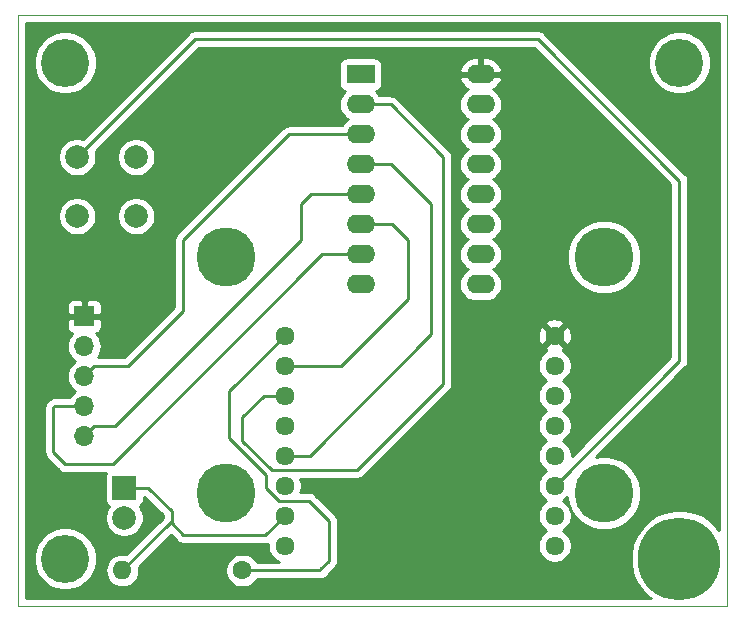
<source format=gbr>
G04 #@! TF.GenerationSoftware,KiCad,Pcbnew,(5.1.2-1)-1*
G04 #@! TF.CreationDate,2019-05-09T16:52:54-07:00*
G04 #@! TF.ProjectId,OfficeClock,4f666669-6365-4436-9c6f-636b2e6b6963,rev?*
G04 #@! TF.SameCoordinates,Original*
G04 #@! TF.FileFunction,Copper,L1,Top*
G04 #@! TF.FilePolarity,Positive*
%FSLAX46Y46*%
G04 Gerber Fmt 4.6, Leading zero omitted, Abs format (unit mm)*
G04 Created by KiCad (PCBNEW (5.1.2-1)-1) date 2019-05-09 16:52:54*
%MOMM*%
%LPD*%
G04 APERTURE LIST*
%ADD10C,0.050000*%
%ADD11C,5.000000*%
%ADD12R,1.700000X1.700000*%
%ADD13O,1.700000X1.700000*%
%ADD14R,2.400000X1.600000*%
%ADD15O,2.400000X1.600000*%
%ADD16C,4.064000*%
%ADD17C,7.000000*%
%ADD18C,2.000000*%
%ADD19R,2.000000X2.000000*%
%ADD20C,1.610000*%
%ADD21C,1.600000*%
%ADD22O,1.600000X1.600000*%
%ADD23C,0.250000*%
%ADD24C,0.254000*%
G04 APERTURE END LIST*
D10*
X97100000Y-115220000D02*
X97100000Y-65220000D01*
X157100000Y-115220000D02*
X97100000Y-115220000D01*
X157100000Y-65220000D02*
X157100000Y-115220000D01*
X97100000Y-65220000D02*
X157100000Y-65220000D01*
D11*
X146716000Y-105677000D03*
X146716000Y-85677000D03*
X114716000Y-85677000D03*
X114716000Y-105677000D03*
D12*
X102701000Y-90692000D03*
D13*
X102701000Y-93232000D03*
X102701000Y-95772000D03*
X102701000Y-98312000D03*
X102701000Y-100852000D03*
D14*
X126100000Y-70220000D03*
D15*
X136260000Y-88000000D03*
X126100000Y-72760000D03*
X136260000Y-85460000D03*
X126100000Y-75300000D03*
X136260000Y-82920000D03*
X126100000Y-77840000D03*
X136260000Y-80380000D03*
X126100000Y-80380000D03*
X136260000Y-77840000D03*
X126100000Y-82920000D03*
X136260000Y-75300000D03*
X126100000Y-85460000D03*
X136260000Y-72760000D03*
X126100000Y-88000000D03*
X136260000Y-70220000D03*
D16*
X153100000Y-69220000D03*
D17*
X153100000Y-111220000D03*
D16*
X101100000Y-111220000D03*
X101100000Y-69220000D03*
D18*
X106100000Y-107760000D03*
D19*
X106100000Y-105220000D03*
D20*
X142530000Y-110110000D03*
X142530000Y-107570000D03*
X142530000Y-105030000D03*
X142530000Y-102490000D03*
X142530000Y-99950000D03*
X142530000Y-97410000D03*
X142530000Y-94870000D03*
X142530000Y-92330000D03*
X119670000Y-92330000D03*
X119670000Y-94870000D03*
X119670000Y-97410000D03*
X119670000Y-99950000D03*
X119670000Y-102490000D03*
X119670000Y-105030000D03*
X119670000Y-107570000D03*
X119670000Y-110110000D03*
D18*
X102100000Y-77220000D03*
X107100000Y-77220000D03*
X107100000Y-82220000D03*
X102100000Y-82220000D03*
D21*
X116100000Y-112220000D03*
D22*
X105940000Y-112220000D03*
D23*
X106100000Y-105220000D02*
X108100000Y-105220000D01*
X108100000Y-105220000D02*
X110100000Y-107220000D01*
X110100000Y-108060000D02*
X105940000Y-112220000D01*
X110100000Y-107220000D02*
X110100000Y-108060000D01*
X110100000Y-108060000D02*
X110100000Y-108220000D01*
X110100000Y-108220000D02*
X111100000Y-109220000D01*
X118020000Y-109220000D02*
X119670000Y-107570000D01*
X111100000Y-109220000D02*
X118020000Y-109220000D01*
X115000000Y-97000000D02*
X119670000Y-92330000D01*
X115000000Y-101020000D02*
X115000000Y-97000000D01*
X118100000Y-104120000D02*
X115000000Y-101020000D01*
X118100000Y-105220000D02*
X118100000Y-104120000D01*
X119200000Y-106320000D02*
X118100000Y-105220000D01*
X121700000Y-106320000D02*
X119200000Y-106320000D01*
X123400000Y-111420000D02*
X123400000Y-108020000D01*
X123400000Y-108020000D02*
X121700000Y-106320000D01*
X122700000Y-112120000D02*
X123400000Y-111420000D01*
X122700000Y-112220000D02*
X122700000Y-112120000D01*
X116100000Y-112220000D02*
X122700000Y-112220000D01*
X153100000Y-94460000D02*
X142530000Y-105030000D01*
X153100000Y-79220000D02*
X153100000Y-94460000D01*
X141100000Y-67220000D02*
X153100000Y-79220000D01*
X112100000Y-67220000D02*
X141100000Y-67220000D01*
X102100000Y-77220000D02*
X112100000Y-67220000D01*
X126100000Y-82920000D02*
X128800000Y-82920000D01*
X128800000Y-82920000D02*
X130100000Y-84220000D01*
X130100000Y-84220000D02*
X130100000Y-89220000D01*
X124450000Y-94870000D02*
X121450000Y-94870000D01*
X130100000Y-89220000D02*
X124450000Y-94870000D01*
X121450000Y-94870000D02*
X119670000Y-94870000D01*
X128640000Y-72760000D02*
X126100000Y-72760000D01*
X133100000Y-77220000D02*
X128640000Y-72760000D01*
X133100000Y-96420000D02*
X133100000Y-77220000D01*
X125800000Y-103720000D02*
X133100000Y-96420000D01*
X118600000Y-103720000D02*
X125800000Y-103720000D01*
X116100000Y-101220000D02*
X118600000Y-103720000D01*
X119670000Y-97410000D02*
X117910000Y-97410000D01*
X116100000Y-99220000D02*
X116100000Y-101220000D01*
X117910000Y-97410000D02*
X116100000Y-99220000D01*
X121830000Y-102490000D02*
X119670000Y-102490000D01*
X132100000Y-92220000D02*
X121830000Y-102490000D01*
X132100000Y-81220000D02*
X132100000Y-92220000D01*
X128720000Y-77840000D02*
X132100000Y-81220000D01*
X126100000Y-77840000D02*
X128720000Y-77840000D01*
X120020000Y-75300000D02*
X126100000Y-75300000D01*
X111100000Y-84220000D02*
X120020000Y-75300000D01*
X106397999Y-94922001D02*
X111100000Y-90220000D01*
X103550999Y-94922001D02*
X106397999Y-94922001D01*
X111100000Y-90220000D02*
X111100000Y-84220000D01*
X102701000Y-95772000D02*
X103550999Y-94922001D01*
X121940000Y-80380000D02*
X126100000Y-80380000D01*
X102701000Y-100852000D02*
X103550999Y-100002001D01*
X121100000Y-81220000D02*
X121940000Y-80380000D01*
X121100000Y-84220000D02*
X121100000Y-81220000D01*
X105317999Y-100002001D02*
X121100000Y-84220000D01*
X103550999Y-100002001D02*
X105317999Y-100002001D01*
X122860000Y-85460000D02*
X126100000Y-85460000D01*
X105100000Y-103220000D02*
X122860000Y-85460000D01*
X101100000Y-103220000D02*
X105100000Y-103220000D01*
X100192000Y-98312000D02*
X100100000Y-98404000D01*
X100100000Y-102220000D02*
X101100000Y-103220000D01*
X100100000Y-98404000D02*
X100100000Y-102220000D01*
X102701000Y-98312000D02*
X100192000Y-98312000D01*
D24*
G36*
X156440001Y-108775862D02*
G01*
X156311864Y-108584091D01*
X155735909Y-108008136D01*
X155058657Y-107555611D01*
X154306135Y-107243906D01*
X153507262Y-107085000D01*
X152692738Y-107085000D01*
X151893865Y-107243906D01*
X151141343Y-107555611D01*
X150464091Y-108008136D01*
X149888136Y-108584091D01*
X149435611Y-109261343D01*
X149123906Y-110013865D01*
X148965000Y-110812738D01*
X148965000Y-111627262D01*
X149123906Y-112426135D01*
X149435611Y-113178657D01*
X149888136Y-113855909D01*
X150464091Y-114431864D01*
X150655860Y-114560000D01*
X97760000Y-114560000D01*
X97760000Y-110957323D01*
X98433000Y-110957323D01*
X98433000Y-111482677D01*
X98535492Y-111997935D01*
X98736536Y-112483298D01*
X99028406Y-112920113D01*
X99399887Y-113291594D01*
X99836702Y-113583464D01*
X100322065Y-113784508D01*
X100837323Y-113887000D01*
X101362677Y-113887000D01*
X101877935Y-113784508D01*
X102363298Y-113583464D01*
X102800113Y-113291594D01*
X103171594Y-112920113D01*
X103463464Y-112483298D01*
X103664508Y-111997935D01*
X103767000Y-111482677D01*
X103767000Y-110957323D01*
X103664508Y-110442065D01*
X103463464Y-109956702D01*
X103171594Y-109519887D01*
X102800113Y-109148406D01*
X102363298Y-108856536D01*
X101877935Y-108655492D01*
X101362677Y-108553000D01*
X100837323Y-108553000D01*
X100322065Y-108655492D01*
X99836702Y-108856536D01*
X99399887Y-109148406D01*
X99028406Y-109519887D01*
X98736536Y-109956702D01*
X98535492Y-110442065D01*
X98433000Y-110957323D01*
X97760000Y-110957323D01*
X97760000Y-98404000D01*
X99336324Y-98404000D01*
X99340000Y-98441323D01*
X99340001Y-102182668D01*
X99336324Y-102220000D01*
X99350998Y-102368985D01*
X99394454Y-102512246D01*
X99465026Y-102644276D01*
X99518142Y-102708997D01*
X99560000Y-102760001D01*
X99588998Y-102783799D01*
X100536201Y-103731003D01*
X100559999Y-103760001D01*
X100588997Y-103783799D01*
X100675724Y-103854974D01*
X100807753Y-103925546D01*
X100951014Y-103969003D01*
X101100000Y-103983677D01*
X101137333Y-103980000D01*
X104509230Y-103980000D01*
X104474188Y-104095518D01*
X104461928Y-104220000D01*
X104461928Y-106220000D01*
X104474188Y-106344482D01*
X104510498Y-106464180D01*
X104569463Y-106574494D01*
X104648815Y-106671185D01*
X104745506Y-106750537D01*
X104791630Y-106775191D01*
X104651082Y-106985537D01*
X104527832Y-107283088D01*
X104465000Y-107598967D01*
X104465000Y-107921033D01*
X104527832Y-108236912D01*
X104651082Y-108534463D01*
X104830013Y-108802252D01*
X105057748Y-109029987D01*
X105325537Y-109208918D01*
X105623088Y-109332168D01*
X105938967Y-109395000D01*
X106261033Y-109395000D01*
X106576912Y-109332168D01*
X106874463Y-109208918D01*
X107142252Y-109029987D01*
X107369987Y-108802252D01*
X107548918Y-108534463D01*
X107672168Y-108236912D01*
X107735000Y-107921033D01*
X107735000Y-107598967D01*
X107672168Y-107283088D01*
X107548918Y-106985537D01*
X107408370Y-106775191D01*
X107454494Y-106750537D01*
X107551185Y-106671185D01*
X107630537Y-106574494D01*
X107689502Y-106464180D01*
X107725812Y-106344482D01*
X107738072Y-106220000D01*
X107738072Y-105980000D01*
X107785199Y-105980000D01*
X109340000Y-107534802D01*
X109340000Y-107745197D01*
X106265906Y-110819292D01*
X106221309Y-110805764D01*
X106010492Y-110785000D01*
X105869508Y-110785000D01*
X105658691Y-110805764D01*
X105388192Y-110887818D01*
X105138899Y-111021068D01*
X104920392Y-111200392D01*
X104741068Y-111418899D01*
X104607818Y-111668192D01*
X104525764Y-111938691D01*
X104498057Y-112220000D01*
X104525764Y-112501309D01*
X104607818Y-112771808D01*
X104741068Y-113021101D01*
X104920392Y-113239608D01*
X105138899Y-113418932D01*
X105388192Y-113552182D01*
X105658691Y-113634236D01*
X105869508Y-113655000D01*
X106010492Y-113655000D01*
X106221309Y-113634236D01*
X106491808Y-113552182D01*
X106741101Y-113418932D01*
X106959608Y-113239608D01*
X107138932Y-113021101D01*
X107272182Y-112771808D01*
X107354236Y-112501309D01*
X107381943Y-112220000D01*
X107354236Y-111938691D01*
X107340708Y-111894094D01*
X110020001Y-109214802D01*
X110536201Y-109731003D01*
X110559999Y-109760001D01*
X110588997Y-109783799D01*
X110675724Y-109854974D01*
X110807753Y-109925546D01*
X110951014Y-109969003D01*
X111100000Y-109983677D01*
X111137333Y-109980000D01*
X117982678Y-109980000D01*
X118020000Y-109983676D01*
X118057322Y-109980000D01*
X118057333Y-109980000D01*
X118168986Y-109969003D01*
X118233742Y-109949360D01*
X118230000Y-109968172D01*
X118230000Y-110251828D01*
X118285338Y-110530033D01*
X118393888Y-110792096D01*
X118551479Y-111027947D01*
X118752053Y-111228521D01*
X118987904Y-111386112D01*
X119166285Y-111460000D01*
X117318043Y-111460000D01*
X117214637Y-111305241D01*
X117014759Y-111105363D01*
X116779727Y-110948320D01*
X116518574Y-110840147D01*
X116241335Y-110785000D01*
X115958665Y-110785000D01*
X115681426Y-110840147D01*
X115420273Y-110948320D01*
X115185241Y-111105363D01*
X114985363Y-111305241D01*
X114828320Y-111540273D01*
X114720147Y-111801426D01*
X114665000Y-112078665D01*
X114665000Y-112361335D01*
X114720147Y-112638574D01*
X114828320Y-112899727D01*
X114985363Y-113134759D01*
X115185241Y-113334637D01*
X115420273Y-113491680D01*
X115681426Y-113599853D01*
X115958665Y-113655000D01*
X116241335Y-113655000D01*
X116518574Y-113599853D01*
X116779727Y-113491680D01*
X117014759Y-113334637D01*
X117214637Y-113134759D01*
X117318043Y-112980000D01*
X122662667Y-112980000D01*
X122700000Y-112983677D01*
X122737333Y-112980000D01*
X122848986Y-112969003D01*
X122992247Y-112925546D01*
X123124276Y-112854974D01*
X123240001Y-112760001D01*
X123334974Y-112644276D01*
X123405546Y-112512247D01*
X123415557Y-112479245D01*
X123911009Y-111983794D01*
X123940001Y-111960001D01*
X123963795Y-111931008D01*
X123963799Y-111931004D01*
X124034973Y-111844277D01*
X124034974Y-111844276D01*
X124105546Y-111712247D01*
X124149003Y-111568986D01*
X124160000Y-111457333D01*
X124160000Y-111457324D01*
X124163676Y-111420001D01*
X124160000Y-111382678D01*
X124160000Y-108057322D01*
X124163676Y-108019999D01*
X124160000Y-107982676D01*
X124160000Y-107982667D01*
X124149003Y-107871014D01*
X124105546Y-107727753D01*
X124060926Y-107644276D01*
X124034974Y-107595723D01*
X123963799Y-107508997D01*
X123940001Y-107479999D01*
X123911003Y-107456201D01*
X122263804Y-105809003D01*
X122240001Y-105779999D01*
X122124276Y-105685026D01*
X121992247Y-105614454D01*
X121848986Y-105570997D01*
X121737333Y-105560000D01*
X121737322Y-105560000D01*
X121700000Y-105556324D01*
X121662678Y-105560000D01*
X121009112Y-105560000D01*
X121054662Y-105450033D01*
X121110000Y-105171828D01*
X121110000Y-104888172D01*
X121054662Y-104609967D01*
X121000828Y-104480000D01*
X125762678Y-104480000D01*
X125800000Y-104483676D01*
X125837322Y-104480000D01*
X125837333Y-104480000D01*
X125948986Y-104469003D01*
X126092247Y-104425546D01*
X126224276Y-104354974D01*
X126340001Y-104260001D01*
X126363804Y-104230997D01*
X133611004Y-96983798D01*
X133640001Y-96960001D01*
X133713864Y-96869999D01*
X133734974Y-96844277D01*
X133805546Y-96712247D01*
X133825543Y-96646323D01*
X133849003Y-96568986D01*
X133860000Y-96457333D01*
X133860000Y-96457323D01*
X133863676Y-96420001D01*
X133860000Y-96382678D01*
X133860000Y-92400313D01*
X141084742Y-92400313D01*
X141126230Y-92680918D01*
X141221664Y-92948037D01*
X141289247Y-93074479D01*
X141533727Y-93146668D01*
X142350395Y-92330000D01*
X142709605Y-92330000D01*
X143526273Y-93146668D01*
X143770753Y-93074479D01*
X143892153Y-92818115D01*
X143961205Y-92542993D01*
X143975258Y-92259687D01*
X143933770Y-91979082D01*
X143838336Y-91711963D01*
X143770753Y-91585521D01*
X143526273Y-91513332D01*
X142709605Y-92330000D01*
X142350395Y-92330000D01*
X141533727Y-91513332D01*
X141289247Y-91585521D01*
X141167847Y-91841885D01*
X141098795Y-92117007D01*
X141084742Y-92400313D01*
X133860000Y-92400313D01*
X133860000Y-91333727D01*
X141713332Y-91333727D01*
X142530000Y-92150395D01*
X143346668Y-91333727D01*
X143274479Y-91089247D01*
X143018115Y-90967847D01*
X142742993Y-90898795D01*
X142459687Y-90884742D01*
X142179082Y-90926230D01*
X141911963Y-91021664D01*
X141785521Y-91089247D01*
X141713332Y-91333727D01*
X133860000Y-91333727D01*
X133860000Y-77257322D01*
X133863676Y-77219999D01*
X133860000Y-77182676D01*
X133860000Y-77182667D01*
X133849003Y-77071014D01*
X133805546Y-76927753D01*
X133734974Y-76795724D01*
X133691777Y-76743088D01*
X133663799Y-76708996D01*
X133663795Y-76708992D01*
X133640001Y-76679999D01*
X133611008Y-76656205D01*
X129714802Y-72760000D01*
X134418057Y-72760000D01*
X134445764Y-73041309D01*
X134527818Y-73311808D01*
X134661068Y-73561101D01*
X134840392Y-73779608D01*
X135058899Y-73958932D01*
X135191858Y-74030000D01*
X135058899Y-74101068D01*
X134840392Y-74280392D01*
X134661068Y-74498899D01*
X134527818Y-74748192D01*
X134445764Y-75018691D01*
X134418057Y-75300000D01*
X134445764Y-75581309D01*
X134527818Y-75851808D01*
X134661068Y-76101101D01*
X134840392Y-76319608D01*
X135058899Y-76498932D01*
X135191858Y-76570000D01*
X135058899Y-76641068D01*
X134840392Y-76820392D01*
X134661068Y-77038899D01*
X134527818Y-77288192D01*
X134445764Y-77558691D01*
X134418057Y-77840000D01*
X134445764Y-78121309D01*
X134527818Y-78391808D01*
X134661068Y-78641101D01*
X134840392Y-78859608D01*
X135058899Y-79038932D01*
X135191858Y-79110000D01*
X135058899Y-79181068D01*
X134840392Y-79360392D01*
X134661068Y-79578899D01*
X134527818Y-79828192D01*
X134445764Y-80098691D01*
X134418057Y-80380000D01*
X134445764Y-80661309D01*
X134527818Y-80931808D01*
X134661068Y-81181101D01*
X134840392Y-81399608D01*
X135058899Y-81578932D01*
X135191858Y-81650000D01*
X135058899Y-81721068D01*
X134840392Y-81900392D01*
X134661068Y-82118899D01*
X134527818Y-82368192D01*
X134445764Y-82638691D01*
X134418057Y-82920000D01*
X134445764Y-83201309D01*
X134527818Y-83471808D01*
X134661068Y-83721101D01*
X134840392Y-83939608D01*
X135058899Y-84118932D01*
X135191858Y-84190000D01*
X135058899Y-84261068D01*
X134840392Y-84440392D01*
X134661068Y-84658899D01*
X134527818Y-84908192D01*
X134445764Y-85178691D01*
X134418057Y-85460000D01*
X134445764Y-85741309D01*
X134527818Y-86011808D01*
X134661068Y-86261101D01*
X134840392Y-86479608D01*
X135058899Y-86658932D01*
X135191858Y-86730000D01*
X135058899Y-86801068D01*
X134840392Y-86980392D01*
X134661068Y-87198899D01*
X134527818Y-87448192D01*
X134445764Y-87718691D01*
X134418057Y-88000000D01*
X134445764Y-88281309D01*
X134527818Y-88551808D01*
X134661068Y-88801101D01*
X134840392Y-89019608D01*
X135058899Y-89198932D01*
X135308192Y-89332182D01*
X135578691Y-89414236D01*
X135789508Y-89435000D01*
X136730492Y-89435000D01*
X136941309Y-89414236D01*
X137211808Y-89332182D01*
X137461101Y-89198932D01*
X137679608Y-89019608D01*
X137858932Y-88801101D01*
X137992182Y-88551808D01*
X138074236Y-88281309D01*
X138101943Y-88000000D01*
X138074236Y-87718691D01*
X137992182Y-87448192D01*
X137858932Y-87198899D01*
X137679608Y-86980392D01*
X137461101Y-86801068D01*
X137328142Y-86730000D01*
X137461101Y-86658932D01*
X137679608Y-86479608D01*
X137858932Y-86261101D01*
X137992182Y-86011808D01*
X138074236Y-85741309D01*
X138101943Y-85460000D01*
X138092905Y-85368229D01*
X143581000Y-85368229D01*
X143581000Y-85985771D01*
X143701476Y-86591446D01*
X143937799Y-87161979D01*
X144280886Y-87675446D01*
X144717554Y-88112114D01*
X145231021Y-88455201D01*
X145801554Y-88691524D01*
X146407229Y-88812000D01*
X147024771Y-88812000D01*
X147630446Y-88691524D01*
X148200979Y-88455201D01*
X148714446Y-88112114D01*
X149151114Y-87675446D01*
X149494201Y-87161979D01*
X149730524Y-86591446D01*
X149851000Y-85985771D01*
X149851000Y-85368229D01*
X149730524Y-84762554D01*
X149494201Y-84192021D01*
X149151114Y-83678554D01*
X148714446Y-83241886D01*
X148200979Y-82898799D01*
X147630446Y-82662476D01*
X147024771Y-82542000D01*
X146407229Y-82542000D01*
X145801554Y-82662476D01*
X145231021Y-82898799D01*
X144717554Y-83241886D01*
X144280886Y-83678554D01*
X143937799Y-84192021D01*
X143701476Y-84762554D01*
X143581000Y-85368229D01*
X138092905Y-85368229D01*
X138074236Y-85178691D01*
X137992182Y-84908192D01*
X137858932Y-84658899D01*
X137679608Y-84440392D01*
X137461101Y-84261068D01*
X137328142Y-84190000D01*
X137461101Y-84118932D01*
X137679608Y-83939608D01*
X137858932Y-83721101D01*
X137992182Y-83471808D01*
X138074236Y-83201309D01*
X138101943Y-82920000D01*
X138074236Y-82638691D01*
X137992182Y-82368192D01*
X137858932Y-82118899D01*
X137679608Y-81900392D01*
X137461101Y-81721068D01*
X137328142Y-81650000D01*
X137461101Y-81578932D01*
X137679608Y-81399608D01*
X137858932Y-81181101D01*
X137992182Y-80931808D01*
X138074236Y-80661309D01*
X138101943Y-80380000D01*
X138074236Y-80098691D01*
X137992182Y-79828192D01*
X137858932Y-79578899D01*
X137679608Y-79360392D01*
X137461101Y-79181068D01*
X137328142Y-79110000D01*
X137461101Y-79038932D01*
X137679608Y-78859608D01*
X137858932Y-78641101D01*
X137992182Y-78391808D01*
X138074236Y-78121309D01*
X138101943Y-77840000D01*
X138074236Y-77558691D01*
X137992182Y-77288192D01*
X137858932Y-77038899D01*
X137679608Y-76820392D01*
X137461101Y-76641068D01*
X137328142Y-76570000D01*
X137461101Y-76498932D01*
X137679608Y-76319608D01*
X137858932Y-76101101D01*
X137992182Y-75851808D01*
X138074236Y-75581309D01*
X138101943Y-75300000D01*
X138074236Y-75018691D01*
X137992182Y-74748192D01*
X137858932Y-74498899D01*
X137679608Y-74280392D01*
X137461101Y-74101068D01*
X137328142Y-74030000D01*
X137461101Y-73958932D01*
X137679608Y-73779608D01*
X137858932Y-73561101D01*
X137992182Y-73311808D01*
X138074236Y-73041309D01*
X138101943Y-72760000D01*
X138074236Y-72478691D01*
X137992182Y-72208192D01*
X137858932Y-71958899D01*
X137679608Y-71740392D01*
X137461101Y-71561068D01*
X137333259Y-71492735D01*
X137562839Y-71342601D01*
X137764500Y-71144895D01*
X137923715Y-70911646D01*
X138034367Y-70651818D01*
X138051904Y-70569039D01*
X137929915Y-70347000D01*
X136387000Y-70347000D01*
X136387000Y-70367000D01*
X136133000Y-70367000D01*
X136133000Y-70347000D01*
X134590085Y-70347000D01*
X134468096Y-70569039D01*
X134485633Y-70651818D01*
X134596285Y-70911646D01*
X134755500Y-71144895D01*
X134957161Y-71342601D01*
X135186741Y-71492735D01*
X135058899Y-71561068D01*
X134840392Y-71740392D01*
X134661068Y-71958899D01*
X134527818Y-72208192D01*
X134445764Y-72478691D01*
X134418057Y-72760000D01*
X129714802Y-72760000D01*
X129203804Y-72249003D01*
X129180001Y-72219999D01*
X129064276Y-72125026D01*
X128932247Y-72054454D01*
X128788986Y-72010997D01*
X128677333Y-72000000D01*
X128677322Y-72000000D01*
X128640000Y-71996324D01*
X128602678Y-72000000D01*
X127720901Y-72000000D01*
X127698932Y-71958899D01*
X127519608Y-71740392D01*
X127406518Y-71647581D01*
X127424482Y-71645812D01*
X127544180Y-71609502D01*
X127654494Y-71550537D01*
X127751185Y-71471185D01*
X127830537Y-71374494D01*
X127889502Y-71264180D01*
X127925812Y-71144482D01*
X127938072Y-71020000D01*
X127938072Y-69870961D01*
X134468096Y-69870961D01*
X134590085Y-70093000D01*
X136133000Y-70093000D01*
X136133000Y-68785000D01*
X136387000Y-68785000D01*
X136387000Y-70093000D01*
X137929915Y-70093000D01*
X138051904Y-69870961D01*
X138034367Y-69788182D01*
X137923715Y-69528354D01*
X137764500Y-69295105D01*
X137562839Y-69097399D01*
X137326483Y-68942834D01*
X137064514Y-68837350D01*
X136787000Y-68785000D01*
X136387000Y-68785000D01*
X136133000Y-68785000D01*
X135733000Y-68785000D01*
X135455486Y-68837350D01*
X135193517Y-68942834D01*
X134957161Y-69097399D01*
X134755500Y-69295105D01*
X134596285Y-69528354D01*
X134485633Y-69788182D01*
X134468096Y-69870961D01*
X127938072Y-69870961D01*
X127938072Y-69420000D01*
X127925812Y-69295518D01*
X127889502Y-69175820D01*
X127830537Y-69065506D01*
X127751185Y-68968815D01*
X127654494Y-68889463D01*
X127544180Y-68830498D01*
X127424482Y-68794188D01*
X127300000Y-68781928D01*
X124900000Y-68781928D01*
X124775518Y-68794188D01*
X124655820Y-68830498D01*
X124545506Y-68889463D01*
X124448815Y-68968815D01*
X124369463Y-69065506D01*
X124310498Y-69175820D01*
X124274188Y-69295518D01*
X124261928Y-69420000D01*
X124261928Y-71020000D01*
X124274188Y-71144482D01*
X124310498Y-71264180D01*
X124369463Y-71374494D01*
X124448815Y-71471185D01*
X124545506Y-71550537D01*
X124655820Y-71609502D01*
X124775518Y-71645812D01*
X124793482Y-71647581D01*
X124680392Y-71740392D01*
X124501068Y-71958899D01*
X124367818Y-72208192D01*
X124285764Y-72478691D01*
X124258057Y-72760000D01*
X124285764Y-73041309D01*
X124367818Y-73311808D01*
X124501068Y-73561101D01*
X124680392Y-73779608D01*
X124898899Y-73958932D01*
X125031858Y-74030000D01*
X124898899Y-74101068D01*
X124680392Y-74280392D01*
X124501068Y-74498899D01*
X124479099Y-74540000D01*
X120057323Y-74540000D01*
X120020000Y-74536324D01*
X119982677Y-74540000D01*
X119982667Y-74540000D01*
X119871014Y-74550997D01*
X119727753Y-74594454D01*
X119595723Y-74665026D01*
X119512083Y-74733668D01*
X119479999Y-74759999D01*
X119456201Y-74788997D01*
X110588998Y-83656201D01*
X110560000Y-83679999D01*
X110536202Y-83708997D01*
X110536201Y-83708998D01*
X110465026Y-83795724D01*
X110394454Y-83927754D01*
X110364956Y-84025000D01*
X110350998Y-84071014D01*
X110345403Y-84127818D01*
X110336324Y-84220000D01*
X110340001Y-84257332D01*
X110340000Y-89905198D01*
X106083198Y-94162001D01*
X103858828Y-94162001D01*
X103941706Y-94061014D01*
X104079599Y-93803034D01*
X104164513Y-93523111D01*
X104193185Y-93232000D01*
X104164513Y-92940889D01*
X104079599Y-92660966D01*
X103941706Y-92402986D01*
X103756134Y-92176866D01*
X103726313Y-92152393D01*
X103795180Y-92131502D01*
X103905494Y-92072537D01*
X104002185Y-91993185D01*
X104081537Y-91896494D01*
X104140502Y-91786180D01*
X104176812Y-91666482D01*
X104189072Y-91542000D01*
X104186000Y-90977750D01*
X104027250Y-90819000D01*
X102828000Y-90819000D01*
X102828000Y-90839000D01*
X102574000Y-90839000D01*
X102574000Y-90819000D01*
X101374750Y-90819000D01*
X101216000Y-90977750D01*
X101212928Y-91542000D01*
X101225188Y-91666482D01*
X101261498Y-91786180D01*
X101320463Y-91896494D01*
X101399815Y-91993185D01*
X101496506Y-92072537D01*
X101606820Y-92131502D01*
X101675687Y-92152393D01*
X101645866Y-92176866D01*
X101460294Y-92402986D01*
X101322401Y-92660966D01*
X101237487Y-92940889D01*
X101208815Y-93232000D01*
X101237487Y-93523111D01*
X101322401Y-93803034D01*
X101460294Y-94061014D01*
X101645866Y-94287134D01*
X101871986Y-94472706D01*
X101926791Y-94502000D01*
X101871986Y-94531294D01*
X101645866Y-94716866D01*
X101460294Y-94942986D01*
X101322401Y-95200966D01*
X101237487Y-95480889D01*
X101208815Y-95772000D01*
X101237487Y-96063111D01*
X101322401Y-96343034D01*
X101460294Y-96601014D01*
X101645866Y-96827134D01*
X101871986Y-97012706D01*
X101926791Y-97042000D01*
X101871986Y-97071294D01*
X101645866Y-97256866D01*
X101460294Y-97482986D01*
X101423405Y-97552000D01*
X100229325Y-97552000D01*
X100192000Y-97548324D01*
X100154675Y-97552000D01*
X100154667Y-97552000D01*
X100043014Y-97562997D01*
X99899753Y-97606454D01*
X99767724Y-97677026D01*
X99651999Y-97771999D01*
X99628196Y-97801003D01*
X99589003Y-97840196D01*
X99559999Y-97863999D01*
X99504871Y-97931174D01*
X99465026Y-97979724D01*
X99394455Y-98111753D01*
X99394454Y-98111754D01*
X99350997Y-98255015D01*
X99340000Y-98366668D01*
X99340000Y-98366678D01*
X99336324Y-98404000D01*
X97760000Y-98404000D01*
X97760000Y-89842000D01*
X101212928Y-89842000D01*
X101216000Y-90406250D01*
X101374750Y-90565000D01*
X102574000Y-90565000D01*
X102574000Y-89365750D01*
X102828000Y-89365750D01*
X102828000Y-90565000D01*
X104027250Y-90565000D01*
X104186000Y-90406250D01*
X104189072Y-89842000D01*
X104176812Y-89717518D01*
X104140502Y-89597820D01*
X104081537Y-89487506D01*
X104002185Y-89390815D01*
X103905494Y-89311463D01*
X103795180Y-89252498D01*
X103675482Y-89216188D01*
X103551000Y-89203928D01*
X102986750Y-89207000D01*
X102828000Y-89365750D01*
X102574000Y-89365750D01*
X102415250Y-89207000D01*
X101851000Y-89203928D01*
X101726518Y-89216188D01*
X101606820Y-89252498D01*
X101496506Y-89311463D01*
X101399815Y-89390815D01*
X101320463Y-89487506D01*
X101261498Y-89597820D01*
X101225188Y-89717518D01*
X101212928Y-89842000D01*
X97760000Y-89842000D01*
X97760000Y-82058967D01*
X100465000Y-82058967D01*
X100465000Y-82381033D01*
X100527832Y-82696912D01*
X100651082Y-82994463D01*
X100830013Y-83262252D01*
X101057748Y-83489987D01*
X101325537Y-83668918D01*
X101623088Y-83792168D01*
X101938967Y-83855000D01*
X102261033Y-83855000D01*
X102576912Y-83792168D01*
X102874463Y-83668918D01*
X103142252Y-83489987D01*
X103369987Y-83262252D01*
X103548918Y-82994463D01*
X103672168Y-82696912D01*
X103735000Y-82381033D01*
X103735000Y-82058967D01*
X105465000Y-82058967D01*
X105465000Y-82381033D01*
X105527832Y-82696912D01*
X105651082Y-82994463D01*
X105830013Y-83262252D01*
X106057748Y-83489987D01*
X106325537Y-83668918D01*
X106623088Y-83792168D01*
X106938967Y-83855000D01*
X107261033Y-83855000D01*
X107576912Y-83792168D01*
X107874463Y-83668918D01*
X108142252Y-83489987D01*
X108369987Y-83262252D01*
X108548918Y-82994463D01*
X108672168Y-82696912D01*
X108735000Y-82381033D01*
X108735000Y-82058967D01*
X108672168Y-81743088D01*
X108548918Y-81445537D01*
X108369987Y-81177748D01*
X108142252Y-80950013D01*
X107874463Y-80771082D01*
X107576912Y-80647832D01*
X107261033Y-80585000D01*
X106938967Y-80585000D01*
X106623088Y-80647832D01*
X106325537Y-80771082D01*
X106057748Y-80950013D01*
X105830013Y-81177748D01*
X105651082Y-81445537D01*
X105527832Y-81743088D01*
X105465000Y-82058967D01*
X103735000Y-82058967D01*
X103672168Y-81743088D01*
X103548918Y-81445537D01*
X103369987Y-81177748D01*
X103142252Y-80950013D01*
X102874463Y-80771082D01*
X102576912Y-80647832D01*
X102261033Y-80585000D01*
X101938967Y-80585000D01*
X101623088Y-80647832D01*
X101325537Y-80771082D01*
X101057748Y-80950013D01*
X100830013Y-81177748D01*
X100651082Y-81445537D01*
X100527832Y-81743088D01*
X100465000Y-82058967D01*
X97760000Y-82058967D01*
X97760000Y-77058967D01*
X100465000Y-77058967D01*
X100465000Y-77381033D01*
X100527832Y-77696912D01*
X100651082Y-77994463D01*
X100830013Y-78262252D01*
X101057748Y-78489987D01*
X101325537Y-78668918D01*
X101623088Y-78792168D01*
X101938967Y-78855000D01*
X102261033Y-78855000D01*
X102576912Y-78792168D01*
X102874463Y-78668918D01*
X103142252Y-78489987D01*
X103369987Y-78262252D01*
X103548918Y-77994463D01*
X103672168Y-77696912D01*
X103735000Y-77381033D01*
X103735000Y-77058967D01*
X105465000Y-77058967D01*
X105465000Y-77381033D01*
X105527832Y-77696912D01*
X105651082Y-77994463D01*
X105830013Y-78262252D01*
X106057748Y-78489987D01*
X106325537Y-78668918D01*
X106623088Y-78792168D01*
X106938967Y-78855000D01*
X107261033Y-78855000D01*
X107576912Y-78792168D01*
X107874463Y-78668918D01*
X108142252Y-78489987D01*
X108369987Y-78262252D01*
X108548918Y-77994463D01*
X108672168Y-77696912D01*
X108735000Y-77381033D01*
X108735000Y-77058967D01*
X108672168Y-76743088D01*
X108548918Y-76445537D01*
X108369987Y-76177748D01*
X108142252Y-75950013D01*
X107874463Y-75771082D01*
X107576912Y-75647832D01*
X107261033Y-75585000D01*
X106938967Y-75585000D01*
X106623088Y-75647832D01*
X106325537Y-75771082D01*
X106057748Y-75950013D01*
X105830013Y-76177748D01*
X105651082Y-76445537D01*
X105527832Y-76743088D01*
X105465000Y-77058967D01*
X103735000Y-77058967D01*
X103672168Y-76743088D01*
X103666177Y-76728624D01*
X112414802Y-67980000D01*
X140785199Y-67980000D01*
X152340000Y-79534802D01*
X152340001Y-94145197D01*
X143970000Y-102515199D01*
X143970000Y-102348172D01*
X143914662Y-102069967D01*
X143806112Y-101807904D01*
X143648521Y-101572053D01*
X143447947Y-101371479D01*
X143221243Y-101220000D01*
X143447947Y-101068521D01*
X143648521Y-100867947D01*
X143806112Y-100632096D01*
X143914662Y-100370033D01*
X143970000Y-100091828D01*
X143970000Y-99808172D01*
X143914662Y-99529967D01*
X143806112Y-99267904D01*
X143648521Y-99032053D01*
X143447947Y-98831479D01*
X143221243Y-98680000D01*
X143447947Y-98528521D01*
X143648521Y-98327947D01*
X143806112Y-98092096D01*
X143914662Y-97830033D01*
X143970000Y-97551828D01*
X143970000Y-97268172D01*
X143914662Y-96989967D01*
X143806112Y-96727904D01*
X143648521Y-96492053D01*
X143447947Y-96291479D01*
X143221243Y-96140000D01*
X143447947Y-95988521D01*
X143648521Y-95787947D01*
X143806112Y-95552096D01*
X143914662Y-95290033D01*
X143970000Y-95011828D01*
X143970000Y-94728172D01*
X143914662Y-94449967D01*
X143806112Y-94187904D01*
X143648521Y-93952053D01*
X143447947Y-93751479D01*
X143220584Y-93599560D01*
X143274479Y-93570753D01*
X143346668Y-93326273D01*
X142530000Y-92509605D01*
X141713332Y-93326273D01*
X141785521Y-93570753D01*
X141842293Y-93597637D01*
X141612053Y-93751479D01*
X141411479Y-93952053D01*
X141253888Y-94187904D01*
X141145338Y-94449967D01*
X141090000Y-94728172D01*
X141090000Y-95011828D01*
X141145338Y-95290033D01*
X141253888Y-95552096D01*
X141411479Y-95787947D01*
X141612053Y-95988521D01*
X141838757Y-96140000D01*
X141612053Y-96291479D01*
X141411479Y-96492053D01*
X141253888Y-96727904D01*
X141145338Y-96989967D01*
X141090000Y-97268172D01*
X141090000Y-97551828D01*
X141145338Y-97830033D01*
X141253888Y-98092096D01*
X141411479Y-98327947D01*
X141612053Y-98528521D01*
X141838757Y-98680000D01*
X141612053Y-98831479D01*
X141411479Y-99032053D01*
X141253888Y-99267904D01*
X141145338Y-99529967D01*
X141090000Y-99808172D01*
X141090000Y-100091828D01*
X141145338Y-100370033D01*
X141253888Y-100632096D01*
X141411479Y-100867947D01*
X141612053Y-101068521D01*
X141838757Y-101220000D01*
X141612053Y-101371479D01*
X141411479Y-101572053D01*
X141253888Y-101807904D01*
X141145338Y-102069967D01*
X141090000Y-102348172D01*
X141090000Y-102631828D01*
X141145338Y-102910033D01*
X141253888Y-103172096D01*
X141411479Y-103407947D01*
X141612053Y-103608521D01*
X141838757Y-103760000D01*
X141612053Y-103911479D01*
X141411479Y-104112053D01*
X141253888Y-104347904D01*
X141145338Y-104609967D01*
X141090000Y-104888172D01*
X141090000Y-105171828D01*
X141145338Y-105450033D01*
X141253888Y-105712096D01*
X141411479Y-105947947D01*
X141612053Y-106148521D01*
X141838757Y-106300000D01*
X141612053Y-106451479D01*
X141411479Y-106652053D01*
X141253888Y-106887904D01*
X141145338Y-107149967D01*
X141090000Y-107428172D01*
X141090000Y-107711828D01*
X141145338Y-107990033D01*
X141253888Y-108252096D01*
X141411479Y-108487947D01*
X141612053Y-108688521D01*
X141838757Y-108840000D01*
X141612053Y-108991479D01*
X141411479Y-109192053D01*
X141253888Y-109427904D01*
X141145338Y-109689967D01*
X141090000Y-109968172D01*
X141090000Y-110251828D01*
X141145338Y-110530033D01*
X141253888Y-110792096D01*
X141411479Y-111027947D01*
X141612053Y-111228521D01*
X141847904Y-111386112D01*
X142109967Y-111494662D01*
X142388172Y-111550000D01*
X142671828Y-111550000D01*
X142950033Y-111494662D01*
X143212096Y-111386112D01*
X143447947Y-111228521D01*
X143648521Y-111027947D01*
X143806112Y-110792096D01*
X143914662Y-110530033D01*
X143970000Y-110251828D01*
X143970000Y-109968172D01*
X143914662Y-109689967D01*
X143806112Y-109427904D01*
X143648521Y-109192053D01*
X143447947Y-108991479D01*
X143221243Y-108840000D01*
X143447947Y-108688521D01*
X143648521Y-108487947D01*
X143806112Y-108252096D01*
X143914662Y-107990033D01*
X143970000Y-107711828D01*
X143970000Y-107428172D01*
X143914662Y-107149967D01*
X143806112Y-106887904D01*
X143648521Y-106652053D01*
X143447947Y-106451479D01*
X143221243Y-106300000D01*
X143447947Y-106148521D01*
X143585927Y-106010541D01*
X143701476Y-106591446D01*
X143937799Y-107161979D01*
X144280886Y-107675446D01*
X144717554Y-108112114D01*
X145231021Y-108455201D01*
X145801554Y-108691524D01*
X146407229Y-108812000D01*
X147024771Y-108812000D01*
X147630446Y-108691524D01*
X148200979Y-108455201D01*
X148714446Y-108112114D01*
X149151114Y-107675446D01*
X149494201Y-107161979D01*
X149730524Y-106591446D01*
X149851000Y-105985771D01*
X149851000Y-105368229D01*
X149730524Y-104762554D01*
X149494201Y-104192021D01*
X149151114Y-103678554D01*
X148714446Y-103241886D01*
X148200979Y-102898799D01*
X147630446Y-102662476D01*
X147024771Y-102542000D01*
X146407229Y-102542000D01*
X146014728Y-102620073D01*
X153611003Y-95023799D01*
X153640001Y-95000001D01*
X153734974Y-94884276D01*
X153805546Y-94752247D01*
X153849003Y-94608986D01*
X153860000Y-94497333D01*
X153860000Y-94497324D01*
X153863676Y-94460001D01*
X153860000Y-94422678D01*
X153860000Y-79257325D01*
X153863676Y-79220000D01*
X153860000Y-79182675D01*
X153860000Y-79182667D01*
X153849003Y-79071014D01*
X153805546Y-78927753D01*
X153734974Y-78795724D01*
X153640001Y-78679999D01*
X153611004Y-78656202D01*
X143912125Y-68957323D01*
X150433000Y-68957323D01*
X150433000Y-69482677D01*
X150535492Y-69997935D01*
X150736536Y-70483298D01*
X151028406Y-70920113D01*
X151399887Y-71291594D01*
X151836702Y-71583464D01*
X152322065Y-71784508D01*
X152837323Y-71887000D01*
X153362677Y-71887000D01*
X153877935Y-71784508D01*
X154363298Y-71583464D01*
X154800113Y-71291594D01*
X155171594Y-70920113D01*
X155463464Y-70483298D01*
X155664508Y-69997935D01*
X155767000Y-69482677D01*
X155767000Y-68957323D01*
X155664508Y-68442065D01*
X155463464Y-67956702D01*
X155171594Y-67519887D01*
X154800113Y-67148406D01*
X154363298Y-66856536D01*
X153877935Y-66655492D01*
X153362677Y-66553000D01*
X152837323Y-66553000D01*
X152322065Y-66655492D01*
X151836702Y-66856536D01*
X151399887Y-67148406D01*
X151028406Y-67519887D01*
X150736536Y-67956702D01*
X150535492Y-68442065D01*
X150433000Y-68957323D01*
X143912125Y-68957323D01*
X141663804Y-66709003D01*
X141640001Y-66679999D01*
X141524276Y-66585026D01*
X141392247Y-66514454D01*
X141248986Y-66470997D01*
X141137333Y-66460000D01*
X141137322Y-66460000D01*
X141100000Y-66456324D01*
X141062678Y-66460000D01*
X112137333Y-66460000D01*
X112100000Y-66456323D01*
X112062667Y-66460000D01*
X111951014Y-66470997D01*
X111807753Y-66514454D01*
X111675724Y-66585026D01*
X111559999Y-66679999D01*
X111536201Y-66708997D01*
X102591376Y-75653823D01*
X102576912Y-75647832D01*
X102261033Y-75585000D01*
X101938967Y-75585000D01*
X101623088Y-75647832D01*
X101325537Y-75771082D01*
X101057748Y-75950013D01*
X100830013Y-76177748D01*
X100651082Y-76445537D01*
X100527832Y-76743088D01*
X100465000Y-77058967D01*
X97760000Y-77058967D01*
X97760000Y-68957323D01*
X98433000Y-68957323D01*
X98433000Y-69482677D01*
X98535492Y-69997935D01*
X98736536Y-70483298D01*
X99028406Y-70920113D01*
X99399887Y-71291594D01*
X99836702Y-71583464D01*
X100322065Y-71784508D01*
X100837323Y-71887000D01*
X101362677Y-71887000D01*
X101877935Y-71784508D01*
X102363298Y-71583464D01*
X102800113Y-71291594D01*
X103171594Y-70920113D01*
X103463464Y-70483298D01*
X103664508Y-69997935D01*
X103767000Y-69482677D01*
X103767000Y-68957323D01*
X103664508Y-68442065D01*
X103463464Y-67956702D01*
X103171594Y-67519887D01*
X102800113Y-67148406D01*
X102363298Y-66856536D01*
X101877935Y-66655492D01*
X101362677Y-66553000D01*
X100837323Y-66553000D01*
X100322065Y-66655492D01*
X99836702Y-66856536D01*
X99399887Y-67148406D01*
X99028406Y-67519887D01*
X98736536Y-67956702D01*
X98535492Y-68442065D01*
X98433000Y-68957323D01*
X97760000Y-68957323D01*
X97760000Y-65880000D01*
X156440000Y-65880000D01*
X156440001Y-108775862D01*
X156440001Y-108775862D01*
G37*
X156440001Y-108775862D02*
X156311864Y-108584091D01*
X155735909Y-108008136D01*
X155058657Y-107555611D01*
X154306135Y-107243906D01*
X153507262Y-107085000D01*
X152692738Y-107085000D01*
X151893865Y-107243906D01*
X151141343Y-107555611D01*
X150464091Y-108008136D01*
X149888136Y-108584091D01*
X149435611Y-109261343D01*
X149123906Y-110013865D01*
X148965000Y-110812738D01*
X148965000Y-111627262D01*
X149123906Y-112426135D01*
X149435611Y-113178657D01*
X149888136Y-113855909D01*
X150464091Y-114431864D01*
X150655860Y-114560000D01*
X97760000Y-114560000D01*
X97760000Y-110957323D01*
X98433000Y-110957323D01*
X98433000Y-111482677D01*
X98535492Y-111997935D01*
X98736536Y-112483298D01*
X99028406Y-112920113D01*
X99399887Y-113291594D01*
X99836702Y-113583464D01*
X100322065Y-113784508D01*
X100837323Y-113887000D01*
X101362677Y-113887000D01*
X101877935Y-113784508D01*
X102363298Y-113583464D01*
X102800113Y-113291594D01*
X103171594Y-112920113D01*
X103463464Y-112483298D01*
X103664508Y-111997935D01*
X103767000Y-111482677D01*
X103767000Y-110957323D01*
X103664508Y-110442065D01*
X103463464Y-109956702D01*
X103171594Y-109519887D01*
X102800113Y-109148406D01*
X102363298Y-108856536D01*
X101877935Y-108655492D01*
X101362677Y-108553000D01*
X100837323Y-108553000D01*
X100322065Y-108655492D01*
X99836702Y-108856536D01*
X99399887Y-109148406D01*
X99028406Y-109519887D01*
X98736536Y-109956702D01*
X98535492Y-110442065D01*
X98433000Y-110957323D01*
X97760000Y-110957323D01*
X97760000Y-98404000D01*
X99336324Y-98404000D01*
X99340000Y-98441323D01*
X99340001Y-102182668D01*
X99336324Y-102220000D01*
X99350998Y-102368985D01*
X99394454Y-102512246D01*
X99465026Y-102644276D01*
X99518142Y-102708997D01*
X99560000Y-102760001D01*
X99588998Y-102783799D01*
X100536201Y-103731003D01*
X100559999Y-103760001D01*
X100588997Y-103783799D01*
X100675724Y-103854974D01*
X100807753Y-103925546D01*
X100951014Y-103969003D01*
X101100000Y-103983677D01*
X101137333Y-103980000D01*
X104509230Y-103980000D01*
X104474188Y-104095518D01*
X104461928Y-104220000D01*
X104461928Y-106220000D01*
X104474188Y-106344482D01*
X104510498Y-106464180D01*
X104569463Y-106574494D01*
X104648815Y-106671185D01*
X104745506Y-106750537D01*
X104791630Y-106775191D01*
X104651082Y-106985537D01*
X104527832Y-107283088D01*
X104465000Y-107598967D01*
X104465000Y-107921033D01*
X104527832Y-108236912D01*
X104651082Y-108534463D01*
X104830013Y-108802252D01*
X105057748Y-109029987D01*
X105325537Y-109208918D01*
X105623088Y-109332168D01*
X105938967Y-109395000D01*
X106261033Y-109395000D01*
X106576912Y-109332168D01*
X106874463Y-109208918D01*
X107142252Y-109029987D01*
X107369987Y-108802252D01*
X107548918Y-108534463D01*
X107672168Y-108236912D01*
X107735000Y-107921033D01*
X107735000Y-107598967D01*
X107672168Y-107283088D01*
X107548918Y-106985537D01*
X107408370Y-106775191D01*
X107454494Y-106750537D01*
X107551185Y-106671185D01*
X107630537Y-106574494D01*
X107689502Y-106464180D01*
X107725812Y-106344482D01*
X107738072Y-106220000D01*
X107738072Y-105980000D01*
X107785199Y-105980000D01*
X109340000Y-107534802D01*
X109340000Y-107745197D01*
X106265906Y-110819292D01*
X106221309Y-110805764D01*
X106010492Y-110785000D01*
X105869508Y-110785000D01*
X105658691Y-110805764D01*
X105388192Y-110887818D01*
X105138899Y-111021068D01*
X104920392Y-111200392D01*
X104741068Y-111418899D01*
X104607818Y-111668192D01*
X104525764Y-111938691D01*
X104498057Y-112220000D01*
X104525764Y-112501309D01*
X104607818Y-112771808D01*
X104741068Y-113021101D01*
X104920392Y-113239608D01*
X105138899Y-113418932D01*
X105388192Y-113552182D01*
X105658691Y-113634236D01*
X105869508Y-113655000D01*
X106010492Y-113655000D01*
X106221309Y-113634236D01*
X106491808Y-113552182D01*
X106741101Y-113418932D01*
X106959608Y-113239608D01*
X107138932Y-113021101D01*
X107272182Y-112771808D01*
X107354236Y-112501309D01*
X107381943Y-112220000D01*
X107354236Y-111938691D01*
X107340708Y-111894094D01*
X110020001Y-109214802D01*
X110536201Y-109731003D01*
X110559999Y-109760001D01*
X110588997Y-109783799D01*
X110675724Y-109854974D01*
X110807753Y-109925546D01*
X110951014Y-109969003D01*
X111100000Y-109983677D01*
X111137333Y-109980000D01*
X117982678Y-109980000D01*
X118020000Y-109983676D01*
X118057322Y-109980000D01*
X118057333Y-109980000D01*
X118168986Y-109969003D01*
X118233742Y-109949360D01*
X118230000Y-109968172D01*
X118230000Y-110251828D01*
X118285338Y-110530033D01*
X118393888Y-110792096D01*
X118551479Y-111027947D01*
X118752053Y-111228521D01*
X118987904Y-111386112D01*
X119166285Y-111460000D01*
X117318043Y-111460000D01*
X117214637Y-111305241D01*
X117014759Y-111105363D01*
X116779727Y-110948320D01*
X116518574Y-110840147D01*
X116241335Y-110785000D01*
X115958665Y-110785000D01*
X115681426Y-110840147D01*
X115420273Y-110948320D01*
X115185241Y-111105363D01*
X114985363Y-111305241D01*
X114828320Y-111540273D01*
X114720147Y-111801426D01*
X114665000Y-112078665D01*
X114665000Y-112361335D01*
X114720147Y-112638574D01*
X114828320Y-112899727D01*
X114985363Y-113134759D01*
X115185241Y-113334637D01*
X115420273Y-113491680D01*
X115681426Y-113599853D01*
X115958665Y-113655000D01*
X116241335Y-113655000D01*
X116518574Y-113599853D01*
X116779727Y-113491680D01*
X117014759Y-113334637D01*
X117214637Y-113134759D01*
X117318043Y-112980000D01*
X122662667Y-112980000D01*
X122700000Y-112983677D01*
X122737333Y-112980000D01*
X122848986Y-112969003D01*
X122992247Y-112925546D01*
X123124276Y-112854974D01*
X123240001Y-112760001D01*
X123334974Y-112644276D01*
X123405546Y-112512247D01*
X123415557Y-112479245D01*
X123911009Y-111983794D01*
X123940001Y-111960001D01*
X123963795Y-111931008D01*
X123963799Y-111931004D01*
X124034973Y-111844277D01*
X124034974Y-111844276D01*
X124105546Y-111712247D01*
X124149003Y-111568986D01*
X124160000Y-111457333D01*
X124160000Y-111457324D01*
X124163676Y-111420001D01*
X124160000Y-111382678D01*
X124160000Y-108057322D01*
X124163676Y-108019999D01*
X124160000Y-107982676D01*
X124160000Y-107982667D01*
X124149003Y-107871014D01*
X124105546Y-107727753D01*
X124060926Y-107644276D01*
X124034974Y-107595723D01*
X123963799Y-107508997D01*
X123940001Y-107479999D01*
X123911003Y-107456201D01*
X122263804Y-105809003D01*
X122240001Y-105779999D01*
X122124276Y-105685026D01*
X121992247Y-105614454D01*
X121848986Y-105570997D01*
X121737333Y-105560000D01*
X121737322Y-105560000D01*
X121700000Y-105556324D01*
X121662678Y-105560000D01*
X121009112Y-105560000D01*
X121054662Y-105450033D01*
X121110000Y-105171828D01*
X121110000Y-104888172D01*
X121054662Y-104609967D01*
X121000828Y-104480000D01*
X125762678Y-104480000D01*
X125800000Y-104483676D01*
X125837322Y-104480000D01*
X125837333Y-104480000D01*
X125948986Y-104469003D01*
X126092247Y-104425546D01*
X126224276Y-104354974D01*
X126340001Y-104260001D01*
X126363804Y-104230997D01*
X133611004Y-96983798D01*
X133640001Y-96960001D01*
X133713864Y-96869999D01*
X133734974Y-96844277D01*
X133805546Y-96712247D01*
X133825543Y-96646323D01*
X133849003Y-96568986D01*
X133860000Y-96457333D01*
X133860000Y-96457323D01*
X133863676Y-96420001D01*
X133860000Y-96382678D01*
X133860000Y-92400313D01*
X141084742Y-92400313D01*
X141126230Y-92680918D01*
X141221664Y-92948037D01*
X141289247Y-93074479D01*
X141533727Y-93146668D01*
X142350395Y-92330000D01*
X142709605Y-92330000D01*
X143526273Y-93146668D01*
X143770753Y-93074479D01*
X143892153Y-92818115D01*
X143961205Y-92542993D01*
X143975258Y-92259687D01*
X143933770Y-91979082D01*
X143838336Y-91711963D01*
X143770753Y-91585521D01*
X143526273Y-91513332D01*
X142709605Y-92330000D01*
X142350395Y-92330000D01*
X141533727Y-91513332D01*
X141289247Y-91585521D01*
X141167847Y-91841885D01*
X141098795Y-92117007D01*
X141084742Y-92400313D01*
X133860000Y-92400313D01*
X133860000Y-91333727D01*
X141713332Y-91333727D01*
X142530000Y-92150395D01*
X143346668Y-91333727D01*
X143274479Y-91089247D01*
X143018115Y-90967847D01*
X142742993Y-90898795D01*
X142459687Y-90884742D01*
X142179082Y-90926230D01*
X141911963Y-91021664D01*
X141785521Y-91089247D01*
X141713332Y-91333727D01*
X133860000Y-91333727D01*
X133860000Y-77257322D01*
X133863676Y-77219999D01*
X133860000Y-77182676D01*
X133860000Y-77182667D01*
X133849003Y-77071014D01*
X133805546Y-76927753D01*
X133734974Y-76795724D01*
X133691777Y-76743088D01*
X133663799Y-76708996D01*
X133663795Y-76708992D01*
X133640001Y-76679999D01*
X133611008Y-76656205D01*
X129714802Y-72760000D01*
X134418057Y-72760000D01*
X134445764Y-73041309D01*
X134527818Y-73311808D01*
X134661068Y-73561101D01*
X134840392Y-73779608D01*
X135058899Y-73958932D01*
X135191858Y-74030000D01*
X135058899Y-74101068D01*
X134840392Y-74280392D01*
X134661068Y-74498899D01*
X134527818Y-74748192D01*
X134445764Y-75018691D01*
X134418057Y-75300000D01*
X134445764Y-75581309D01*
X134527818Y-75851808D01*
X134661068Y-76101101D01*
X134840392Y-76319608D01*
X135058899Y-76498932D01*
X135191858Y-76570000D01*
X135058899Y-76641068D01*
X134840392Y-76820392D01*
X134661068Y-77038899D01*
X134527818Y-77288192D01*
X134445764Y-77558691D01*
X134418057Y-77840000D01*
X134445764Y-78121309D01*
X134527818Y-78391808D01*
X134661068Y-78641101D01*
X134840392Y-78859608D01*
X135058899Y-79038932D01*
X135191858Y-79110000D01*
X135058899Y-79181068D01*
X134840392Y-79360392D01*
X134661068Y-79578899D01*
X134527818Y-79828192D01*
X134445764Y-80098691D01*
X134418057Y-80380000D01*
X134445764Y-80661309D01*
X134527818Y-80931808D01*
X134661068Y-81181101D01*
X134840392Y-81399608D01*
X135058899Y-81578932D01*
X135191858Y-81650000D01*
X135058899Y-81721068D01*
X134840392Y-81900392D01*
X134661068Y-82118899D01*
X134527818Y-82368192D01*
X134445764Y-82638691D01*
X134418057Y-82920000D01*
X134445764Y-83201309D01*
X134527818Y-83471808D01*
X134661068Y-83721101D01*
X134840392Y-83939608D01*
X135058899Y-84118932D01*
X135191858Y-84190000D01*
X135058899Y-84261068D01*
X134840392Y-84440392D01*
X134661068Y-84658899D01*
X134527818Y-84908192D01*
X134445764Y-85178691D01*
X134418057Y-85460000D01*
X134445764Y-85741309D01*
X134527818Y-86011808D01*
X134661068Y-86261101D01*
X134840392Y-86479608D01*
X135058899Y-86658932D01*
X135191858Y-86730000D01*
X135058899Y-86801068D01*
X134840392Y-86980392D01*
X134661068Y-87198899D01*
X134527818Y-87448192D01*
X134445764Y-87718691D01*
X134418057Y-88000000D01*
X134445764Y-88281309D01*
X134527818Y-88551808D01*
X134661068Y-88801101D01*
X134840392Y-89019608D01*
X135058899Y-89198932D01*
X135308192Y-89332182D01*
X135578691Y-89414236D01*
X135789508Y-89435000D01*
X136730492Y-89435000D01*
X136941309Y-89414236D01*
X137211808Y-89332182D01*
X137461101Y-89198932D01*
X137679608Y-89019608D01*
X137858932Y-88801101D01*
X137992182Y-88551808D01*
X138074236Y-88281309D01*
X138101943Y-88000000D01*
X138074236Y-87718691D01*
X137992182Y-87448192D01*
X137858932Y-87198899D01*
X137679608Y-86980392D01*
X137461101Y-86801068D01*
X137328142Y-86730000D01*
X137461101Y-86658932D01*
X137679608Y-86479608D01*
X137858932Y-86261101D01*
X137992182Y-86011808D01*
X138074236Y-85741309D01*
X138101943Y-85460000D01*
X138092905Y-85368229D01*
X143581000Y-85368229D01*
X143581000Y-85985771D01*
X143701476Y-86591446D01*
X143937799Y-87161979D01*
X144280886Y-87675446D01*
X144717554Y-88112114D01*
X145231021Y-88455201D01*
X145801554Y-88691524D01*
X146407229Y-88812000D01*
X147024771Y-88812000D01*
X147630446Y-88691524D01*
X148200979Y-88455201D01*
X148714446Y-88112114D01*
X149151114Y-87675446D01*
X149494201Y-87161979D01*
X149730524Y-86591446D01*
X149851000Y-85985771D01*
X149851000Y-85368229D01*
X149730524Y-84762554D01*
X149494201Y-84192021D01*
X149151114Y-83678554D01*
X148714446Y-83241886D01*
X148200979Y-82898799D01*
X147630446Y-82662476D01*
X147024771Y-82542000D01*
X146407229Y-82542000D01*
X145801554Y-82662476D01*
X145231021Y-82898799D01*
X144717554Y-83241886D01*
X144280886Y-83678554D01*
X143937799Y-84192021D01*
X143701476Y-84762554D01*
X143581000Y-85368229D01*
X138092905Y-85368229D01*
X138074236Y-85178691D01*
X137992182Y-84908192D01*
X137858932Y-84658899D01*
X137679608Y-84440392D01*
X137461101Y-84261068D01*
X137328142Y-84190000D01*
X137461101Y-84118932D01*
X137679608Y-83939608D01*
X137858932Y-83721101D01*
X137992182Y-83471808D01*
X138074236Y-83201309D01*
X138101943Y-82920000D01*
X138074236Y-82638691D01*
X137992182Y-82368192D01*
X137858932Y-82118899D01*
X137679608Y-81900392D01*
X137461101Y-81721068D01*
X137328142Y-81650000D01*
X137461101Y-81578932D01*
X137679608Y-81399608D01*
X137858932Y-81181101D01*
X137992182Y-80931808D01*
X138074236Y-80661309D01*
X138101943Y-80380000D01*
X138074236Y-80098691D01*
X137992182Y-79828192D01*
X137858932Y-79578899D01*
X137679608Y-79360392D01*
X137461101Y-79181068D01*
X137328142Y-79110000D01*
X137461101Y-79038932D01*
X137679608Y-78859608D01*
X137858932Y-78641101D01*
X137992182Y-78391808D01*
X138074236Y-78121309D01*
X138101943Y-77840000D01*
X138074236Y-77558691D01*
X137992182Y-77288192D01*
X137858932Y-77038899D01*
X137679608Y-76820392D01*
X137461101Y-76641068D01*
X137328142Y-76570000D01*
X137461101Y-76498932D01*
X137679608Y-76319608D01*
X137858932Y-76101101D01*
X137992182Y-75851808D01*
X138074236Y-75581309D01*
X138101943Y-75300000D01*
X138074236Y-75018691D01*
X137992182Y-74748192D01*
X137858932Y-74498899D01*
X137679608Y-74280392D01*
X137461101Y-74101068D01*
X137328142Y-74030000D01*
X137461101Y-73958932D01*
X137679608Y-73779608D01*
X137858932Y-73561101D01*
X137992182Y-73311808D01*
X138074236Y-73041309D01*
X138101943Y-72760000D01*
X138074236Y-72478691D01*
X137992182Y-72208192D01*
X137858932Y-71958899D01*
X137679608Y-71740392D01*
X137461101Y-71561068D01*
X137333259Y-71492735D01*
X137562839Y-71342601D01*
X137764500Y-71144895D01*
X137923715Y-70911646D01*
X138034367Y-70651818D01*
X138051904Y-70569039D01*
X137929915Y-70347000D01*
X136387000Y-70347000D01*
X136387000Y-70367000D01*
X136133000Y-70367000D01*
X136133000Y-70347000D01*
X134590085Y-70347000D01*
X134468096Y-70569039D01*
X134485633Y-70651818D01*
X134596285Y-70911646D01*
X134755500Y-71144895D01*
X134957161Y-71342601D01*
X135186741Y-71492735D01*
X135058899Y-71561068D01*
X134840392Y-71740392D01*
X134661068Y-71958899D01*
X134527818Y-72208192D01*
X134445764Y-72478691D01*
X134418057Y-72760000D01*
X129714802Y-72760000D01*
X129203804Y-72249003D01*
X129180001Y-72219999D01*
X129064276Y-72125026D01*
X128932247Y-72054454D01*
X128788986Y-72010997D01*
X128677333Y-72000000D01*
X128677322Y-72000000D01*
X128640000Y-71996324D01*
X128602678Y-72000000D01*
X127720901Y-72000000D01*
X127698932Y-71958899D01*
X127519608Y-71740392D01*
X127406518Y-71647581D01*
X127424482Y-71645812D01*
X127544180Y-71609502D01*
X127654494Y-71550537D01*
X127751185Y-71471185D01*
X127830537Y-71374494D01*
X127889502Y-71264180D01*
X127925812Y-71144482D01*
X127938072Y-71020000D01*
X127938072Y-69870961D01*
X134468096Y-69870961D01*
X134590085Y-70093000D01*
X136133000Y-70093000D01*
X136133000Y-68785000D01*
X136387000Y-68785000D01*
X136387000Y-70093000D01*
X137929915Y-70093000D01*
X138051904Y-69870961D01*
X138034367Y-69788182D01*
X137923715Y-69528354D01*
X137764500Y-69295105D01*
X137562839Y-69097399D01*
X137326483Y-68942834D01*
X137064514Y-68837350D01*
X136787000Y-68785000D01*
X136387000Y-68785000D01*
X136133000Y-68785000D01*
X135733000Y-68785000D01*
X135455486Y-68837350D01*
X135193517Y-68942834D01*
X134957161Y-69097399D01*
X134755500Y-69295105D01*
X134596285Y-69528354D01*
X134485633Y-69788182D01*
X134468096Y-69870961D01*
X127938072Y-69870961D01*
X127938072Y-69420000D01*
X127925812Y-69295518D01*
X127889502Y-69175820D01*
X127830537Y-69065506D01*
X127751185Y-68968815D01*
X127654494Y-68889463D01*
X127544180Y-68830498D01*
X127424482Y-68794188D01*
X127300000Y-68781928D01*
X124900000Y-68781928D01*
X124775518Y-68794188D01*
X124655820Y-68830498D01*
X124545506Y-68889463D01*
X124448815Y-68968815D01*
X124369463Y-69065506D01*
X124310498Y-69175820D01*
X124274188Y-69295518D01*
X124261928Y-69420000D01*
X124261928Y-71020000D01*
X124274188Y-71144482D01*
X124310498Y-71264180D01*
X124369463Y-71374494D01*
X124448815Y-71471185D01*
X124545506Y-71550537D01*
X124655820Y-71609502D01*
X124775518Y-71645812D01*
X124793482Y-71647581D01*
X124680392Y-71740392D01*
X124501068Y-71958899D01*
X124367818Y-72208192D01*
X124285764Y-72478691D01*
X124258057Y-72760000D01*
X124285764Y-73041309D01*
X124367818Y-73311808D01*
X124501068Y-73561101D01*
X124680392Y-73779608D01*
X124898899Y-73958932D01*
X125031858Y-74030000D01*
X124898899Y-74101068D01*
X124680392Y-74280392D01*
X124501068Y-74498899D01*
X124479099Y-74540000D01*
X120057323Y-74540000D01*
X120020000Y-74536324D01*
X119982677Y-74540000D01*
X119982667Y-74540000D01*
X119871014Y-74550997D01*
X119727753Y-74594454D01*
X119595723Y-74665026D01*
X119512083Y-74733668D01*
X119479999Y-74759999D01*
X119456201Y-74788997D01*
X110588998Y-83656201D01*
X110560000Y-83679999D01*
X110536202Y-83708997D01*
X110536201Y-83708998D01*
X110465026Y-83795724D01*
X110394454Y-83927754D01*
X110364956Y-84025000D01*
X110350998Y-84071014D01*
X110345403Y-84127818D01*
X110336324Y-84220000D01*
X110340001Y-84257332D01*
X110340000Y-89905198D01*
X106083198Y-94162001D01*
X103858828Y-94162001D01*
X103941706Y-94061014D01*
X104079599Y-93803034D01*
X104164513Y-93523111D01*
X104193185Y-93232000D01*
X104164513Y-92940889D01*
X104079599Y-92660966D01*
X103941706Y-92402986D01*
X103756134Y-92176866D01*
X103726313Y-92152393D01*
X103795180Y-92131502D01*
X103905494Y-92072537D01*
X104002185Y-91993185D01*
X104081537Y-91896494D01*
X104140502Y-91786180D01*
X104176812Y-91666482D01*
X104189072Y-91542000D01*
X104186000Y-90977750D01*
X104027250Y-90819000D01*
X102828000Y-90819000D01*
X102828000Y-90839000D01*
X102574000Y-90839000D01*
X102574000Y-90819000D01*
X101374750Y-90819000D01*
X101216000Y-90977750D01*
X101212928Y-91542000D01*
X101225188Y-91666482D01*
X101261498Y-91786180D01*
X101320463Y-91896494D01*
X101399815Y-91993185D01*
X101496506Y-92072537D01*
X101606820Y-92131502D01*
X101675687Y-92152393D01*
X101645866Y-92176866D01*
X101460294Y-92402986D01*
X101322401Y-92660966D01*
X101237487Y-92940889D01*
X101208815Y-93232000D01*
X101237487Y-93523111D01*
X101322401Y-93803034D01*
X101460294Y-94061014D01*
X101645866Y-94287134D01*
X101871986Y-94472706D01*
X101926791Y-94502000D01*
X101871986Y-94531294D01*
X101645866Y-94716866D01*
X101460294Y-94942986D01*
X101322401Y-95200966D01*
X101237487Y-95480889D01*
X101208815Y-95772000D01*
X101237487Y-96063111D01*
X101322401Y-96343034D01*
X101460294Y-96601014D01*
X101645866Y-96827134D01*
X101871986Y-97012706D01*
X101926791Y-97042000D01*
X101871986Y-97071294D01*
X101645866Y-97256866D01*
X101460294Y-97482986D01*
X101423405Y-97552000D01*
X100229325Y-97552000D01*
X100192000Y-97548324D01*
X100154675Y-97552000D01*
X100154667Y-97552000D01*
X100043014Y-97562997D01*
X99899753Y-97606454D01*
X99767724Y-97677026D01*
X99651999Y-97771999D01*
X99628196Y-97801003D01*
X99589003Y-97840196D01*
X99559999Y-97863999D01*
X99504871Y-97931174D01*
X99465026Y-97979724D01*
X99394455Y-98111753D01*
X99394454Y-98111754D01*
X99350997Y-98255015D01*
X99340000Y-98366668D01*
X99340000Y-98366678D01*
X99336324Y-98404000D01*
X97760000Y-98404000D01*
X97760000Y-89842000D01*
X101212928Y-89842000D01*
X101216000Y-90406250D01*
X101374750Y-90565000D01*
X102574000Y-90565000D01*
X102574000Y-89365750D01*
X102828000Y-89365750D01*
X102828000Y-90565000D01*
X104027250Y-90565000D01*
X104186000Y-90406250D01*
X104189072Y-89842000D01*
X104176812Y-89717518D01*
X104140502Y-89597820D01*
X104081537Y-89487506D01*
X104002185Y-89390815D01*
X103905494Y-89311463D01*
X103795180Y-89252498D01*
X103675482Y-89216188D01*
X103551000Y-89203928D01*
X102986750Y-89207000D01*
X102828000Y-89365750D01*
X102574000Y-89365750D01*
X102415250Y-89207000D01*
X101851000Y-89203928D01*
X101726518Y-89216188D01*
X101606820Y-89252498D01*
X101496506Y-89311463D01*
X101399815Y-89390815D01*
X101320463Y-89487506D01*
X101261498Y-89597820D01*
X101225188Y-89717518D01*
X101212928Y-89842000D01*
X97760000Y-89842000D01*
X97760000Y-82058967D01*
X100465000Y-82058967D01*
X100465000Y-82381033D01*
X100527832Y-82696912D01*
X100651082Y-82994463D01*
X100830013Y-83262252D01*
X101057748Y-83489987D01*
X101325537Y-83668918D01*
X101623088Y-83792168D01*
X101938967Y-83855000D01*
X102261033Y-83855000D01*
X102576912Y-83792168D01*
X102874463Y-83668918D01*
X103142252Y-83489987D01*
X103369987Y-83262252D01*
X103548918Y-82994463D01*
X103672168Y-82696912D01*
X103735000Y-82381033D01*
X103735000Y-82058967D01*
X105465000Y-82058967D01*
X105465000Y-82381033D01*
X105527832Y-82696912D01*
X105651082Y-82994463D01*
X105830013Y-83262252D01*
X106057748Y-83489987D01*
X106325537Y-83668918D01*
X106623088Y-83792168D01*
X106938967Y-83855000D01*
X107261033Y-83855000D01*
X107576912Y-83792168D01*
X107874463Y-83668918D01*
X108142252Y-83489987D01*
X108369987Y-83262252D01*
X108548918Y-82994463D01*
X108672168Y-82696912D01*
X108735000Y-82381033D01*
X108735000Y-82058967D01*
X108672168Y-81743088D01*
X108548918Y-81445537D01*
X108369987Y-81177748D01*
X108142252Y-80950013D01*
X107874463Y-80771082D01*
X107576912Y-80647832D01*
X107261033Y-80585000D01*
X106938967Y-80585000D01*
X106623088Y-80647832D01*
X106325537Y-80771082D01*
X106057748Y-80950013D01*
X105830013Y-81177748D01*
X105651082Y-81445537D01*
X105527832Y-81743088D01*
X105465000Y-82058967D01*
X103735000Y-82058967D01*
X103672168Y-81743088D01*
X103548918Y-81445537D01*
X103369987Y-81177748D01*
X103142252Y-80950013D01*
X102874463Y-80771082D01*
X102576912Y-80647832D01*
X102261033Y-80585000D01*
X101938967Y-80585000D01*
X101623088Y-80647832D01*
X101325537Y-80771082D01*
X101057748Y-80950013D01*
X100830013Y-81177748D01*
X100651082Y-81445537D01*
X100527832Y-81743088D01*
X100465000Y-82058967D01*
X97760000Y-82058967D01*
X97760000Y-77058967D01*
X100465000Y-77058967D01*
X100465000Y-77381033D01*
X100527832Y-77696912D01*
X100651082Y-77994463D01*
X100830013Y-78262252D01*
X101057748Y-78489987D01*
X101325537Y-78668918D01*
X101623088Y-78792168D01*
X101938967Y-78855000D01*
X102261033Y-78855000D01*
X102576912Y-78792168D01*
X102874463Y-78668918D01*
X103142252Y-78489987D01*
X103369987Y-78262252D01*
X103548918Y-77994463D01*
X103672168Y-77696912D01*
X103735000Y-77381033D01*
X103735000Y-77058967D01*
X105465000Y-77058967D01*
X105465000Y-77381033D01*
X105527832Y-77696912D01*
X105651082Y-77994463D01*
X105830013Y-78262252D01*
X106057748Y-78489987D01*
X106325537Y-78668918D01*
X106623088Y-78792168D01*
X106938967Y-78855000D01*
X107261033Y-78855000D01*
X107576912Y-78792168D01*
X107874463Y-78668918D01*
X108142252Y-78489987D01*
X108369987Y-78262252D01*
X108548918Y-77994463D01*
X108672168Y-77696912D01*
X108735000Y-77381033D01*
X108735000Y-77058967D01*
X108672168Y-76743088D01*
X108548918Y-76445537D01*
X108369987Y-76177748D01*
X108142252Y-75950013D01*
X107874463Y-75771082D01*
X107576912Y-75647832D01*
X107261033Y-75585000D01*
X106938967Y-75585000D01*
X106623088Y-75647832D01*
X106325537Y-75771082D01*
X106057748Y-75950013D01*
X105830013Y-76177748D01*
X105651082Y-76445537D01*
X105527832Y-76743088D01*
X105465000Y-77058967D01*
X103735000Y-77058967D01*
X103672168Y-76743088D01*
X103666177Y-76728624D01*
X112414802Y-67980000D01*
X140785199Y-67980000D01*
X152340000Y-79534802D01*
X152340001Y-94145197D01*
X143970000Y-102515199D01*
X143970000Y-102348172D01*
X143914662Y-102069967D01*
X143806112Y-101807904D01*
X143648521Y-101572053D01*
X143447947Y-101371479D01*
X143221243Y-101220000D01*
X143447947Y-101068521D01*
X143648521Y-100867947D01*
X143806112Y-100632096D01*
X143914662Y-100370033D01*
X143970000Y-100091828D01*
X143970000Y-99808172D01*
X143914662Y-99529967D01*
X143806112Y-99267904D01*
X143648521Y-99032053D01*
X143447947Y-98831479D01*
X143221243Y-98680000D01*
X143447947Y-98528521D01*
X143648521Y-98327947D01*
X143806112Y-98092096D01*
X143914662Y-97830033D01*
X143970000Y-97551828D01*
X143970000Y-97268172D01*
X143914662Y-96989967D01*
X143806112Y-96727904D01*
X143648521Y-96492053D01*
X143447947Y-96291479D01*
X143221243Y-96140000D01*
X143447947Y-95988521D01*
X143648521Y-95787947D01*
X143806112Y-95552096D01*
X143914662Y-95290033D01*
X143970000Y-95011828D01*
X143970000Y-94728172D01*
X143914662Y-94449967D01*
X143806112Y-94187904D01*
X143648521Y-93952053D01*
X143447947Y-93751479D01*
X143220584Y-93599560D01*
X143274479Y-93570753D01*
X143346668Y-93326273D01*
X142530000Y-92509605D01*
X141713332Y-93326273D01*
X141785521Y-93570753D01*
X141842293Y-93597637D01*
X141612053Y-93751479D01*
X141411479Y-93952053D01*
X141253888Y-94187904D01*
X141145338Y-94449967D01*
X141090000Y-94728172D01*
X141090000Y-95011828D01*
X141145338Y-95290033D01*
X141253888Y-95552096D01*
X141411479Y-95787947D01*
X141612053Y-95988521D01*
X141838757Y-96140000D01*
X141612053Y-96291479D01*
X141411479Y-96492053D01*
X141253888Y-96727904D01*
X141145338Y-96989967D01*
X141090000Y-97268172D01*
X141090000Y-97551828D01*
X141145338Y-97830033D01*
X141253888Y-98092096D01*
X141411479Y-98327947D01*
X141612053Y-98528521D01*
X141838757Y-98680000D01*
X141612053Y-98831479D01*
X141411479Y-99032053D01*
X141253888Y-99267904D01*
X141145338Y-99529967D01*
X141090000Y-99808172D01*
X141090000Y-100091828D01*
X141145338Y-100370033D01*
X141253888Y-100632096D01*
X141411479Y-100867947D01*
X141612053Y-101068521D01*
X141838757Y-101220000D01*
X141612053Y-101371479D01*
X141411479Y-101572053D01*
X141253888Y-101807904D01*
X141145338Y-102069967D01*
X141090000Y-102348172D01*
X141090000Y-102631828D01*
X141145338Y-102910033D01*
X141253888Y-103172096D01*
X141411479Y-103407947D01*
X141612053Y-103608521D01*
X141838757Y-103760000D01*
X141612053Y-103911479D01*
X141411479Y-104112053D01*
X141253888Y-104347904D01*
X141145338Y-104609967D01*
X141090000Y-104888172D01*
X141090000Y-105171828D01*
X141145338Y-105450033D01*
X141253888Y-105712096D01*
X141411479Y-105947947D01*
X141612053Y-106148521D01*
X141838757Y-106300000D01*
X141612053Y-106451479D01*
X141411479Y-106652053D01*
X141253888Y-106887904D01*
X141145338Y-107149967D01*
X141090000Y-107428172D01*
X141090000Y-107711828D01*
X141145338Y-107990033D01*
X141253888Y-108252096D01*
X141411479Y-108487947D01*
X141612053Y-108688521D01*
X141838757Y-108840000D01*
X141612053Y-108991479D01*
X141411479Y-109192053D01*
X141253888Y-109427904D01*
X141145338Y-109689967D01*
X141090000Y-109968172D01*
X141090000Y-110251828D01*
X141145338Y-110530033D01*
X141253888Y-110792096D01*
X141411479Y-111027947D01*
X141612053Y-111228521D01*
X141847904Y-111386112D01*
X142109967Y-111494662D01*
X142388172Y-111550000D01*
X142671828Y-111550000D01*
X142950033Y-111494662D01*
X143212096Y-111386112D01*
X143447947Y-111228521D01*
X143648521Y-111027947D01*
X143806112Y-110792096D01*
X143914662Y-110530033D01*
X143970000Y-110251828D01*
X143970000Y-109968172D01*
X143914662Y-109689967D01*
X143806112Y-109427904D01*
X143648521Y-109192053D01*
X143447947Y-108991479D01*
X143221243Y-108840000D01*
X143447947Y-108688521D01*
X143648521Y-108487947D01*
X143806112Y-108252096D01*
X143914662Y-107990033D01*
X143970000Y-107711828D01*
X143970000Y-107428172D01*
X143914662Y-107149967D01*
X143806112Y-106887904D01*
X143648521Y-106652053D01*
X143447947Y-106451479D01*
X143221243Y-106300000D01*
X143447947Y-106148521D01*
X143585927Y-106010541D01*
X143701476Y-106591446D01*
X143937799Y-107161979D01*
X144280886Y-107675446D01*
X144717554Y-108112114D01*
X145231021Y-108455201D01*
X145801554Y-108691524D01*
X146407229Y-108812000D01*
X147024771Y-108812000D01*
X147630446Y-108691524D01*
X148200979Y-108455201D01*
X148714446Y-108112114D01*
X149151114Y-107675446D01*
X149494201Y-107161979D01*
X149730524Y-106591446D01*
X149851000Y-105985771D01*
X149851000Y-105368229D01*
X149730524Y-104762554D01*
X149494201Y-104192021D01*
X149151114Y-103678554D01*
X148714446Y-103241886D01*
X148200979Y-102898799D01*
X147630446Y-102662476D01*
X147024771Y-102542000D01*
X146407229Y-102542000D01*
X146014728Y-102620073D01*
X153611003Y-95023799D01*
X153640001Y-95000001D01*
X153734974Y-94884276D01*
X153805546Y-94752247D01*
X153849003Y-94608986D01*
X153860000Y-94497333D01*
X153860000Y-94497324D01*
X153863676Y-94460001D01*
X153860000Y-94422678D01*
X153860000Y-79257325D01*
X153863676Y-79220000D01*
X153860000Y-79182675D01*
X153860000Y-79182667D01*
X153849003Y-79071014D01*
X153805546Y-78927753D01*
X153734974Y-78795724D01*
X153640001Y-78679999D01*
X153611004Y-78656202D01*
X143912125Y-68957323D01*
X150433000Y-68957323D01*
X150433000Y-69482677D01*
X150535492Y-69997935D01*
X150736536Y-70483298D01*
X151028406Y-70920113D01*
X151399887Y-71291594D01*
X151836702Y-71583464D01*
X152322065Y-71784508D01*
X152837323Y-71887000D01*
X153362677Y-71887000D01*
X153877935Y-71784508D01*
X154363298Y-71583464D01*
X154800113Y-71291594D01*
X155171594Y-70920113D01*
X155463464Y-70483298D01*
X155664508Y-69997935D01*
X155767000Y-69482677D01*
X155767000Y-68957323D01*
X155664508Y-68442065D01*
X155463464Y-67956702D01*
X155171594Y-67519887D01*
X154800113Y-67148406D01*
X154363298Y-66856536D01*
X153877935Y-66655492D01*
X153362677Y-66553000D01*
X152837323Y-66553000D01*
X152322065Y-66655492D01*
X151836702Y-66856536D01*
X151399887Y-67148406D01*
X151028406Y-67519887D01*
X150736536Y-67956702D01*
X150535492Y-68442065D01*
X150433000Y-68957323D01*
X143912125Y-68957323D01*
X141663804Y-66709003D01*
X141640001Y-66679999D01*
X141524276Y-66585026D01*
X141392247Y-66514454D01*
X141248986Y-66470997D01*
X141137333Y-66460000D01*
X141137322Y-66460000D01*
X141100000Y-66456324D01*
X141062678Y-66460000D01*
X112137333Y-66460000D01*
X112100000Y-66456323D01*
X112062667Y-66460000D01*
X111951014Y-66470997D01*
X111807753Y-66514454D01*
X111675724Y-66585026D01*
X111559999Y-66679999D01*
X111536201Y-66708997D01*
X102591376Y-75653823D01*
X102576912Y-75647832D01*
X102261033Y-75585000D01*
X101938967Y-75585000D01*
X101623088Y-75647832D01*
X101325537Y-75771082D01*
X101057748Y-75950013D01*
X100830013Y-76177748D01*
X100651082Y-76445537D01*
X100527832Y-76743088D01*
X100465000Y-77058967D01*
X97760000Y-77058967D01*
X97760000Y-68957323D01*
X98433000Y-68957323D01*
X98433000Y-69482677D01*
X98535492Y-69997935D01*
X98736536Y-70483298D01*
X99028406Y-70920113D01*
X99399887Y-71291594D01*
X99836702Y-71583464D01*
X100322065Y-71784508D01*
X100837323Y-71887000D01*
X101362677Y-71887000D01*
X101877935Y-71784508D01*
X102363298Y-71583464D01*
X102800113Y-71291594D01*
X103171594Y-70920113D01*
X103463464Y-70483298D01*
X103664508Y-69997935D01*
X103767000Y-69482677D01*
X103767000Y-68957323D01*
X103664508Y-68442065D01*
X103463464Y-67956702D01*
X103171594Y-67519887D01*
X102800113Y-67148406D01*
X102363298Y-66856536D01*
X101877935Y-66655492D01*
X101362677Y-66553000D01*
X100837323Y-66553000D01*
X100322065Y-66655492D01*
X99836702Y-66856536D01*
X99399887Y-67148406D01*
X99028406Y-67519887D01*
X98736536Y-67956702D01*
X98535492Y-68442065D01*
X98433000Y-68957323D01*
X97760000Y-68957323D01*
X97760000Y-65880000D01*
X156440000Y-65880000D01*
X156440001Y-108775862D01*
M02*

</source>
